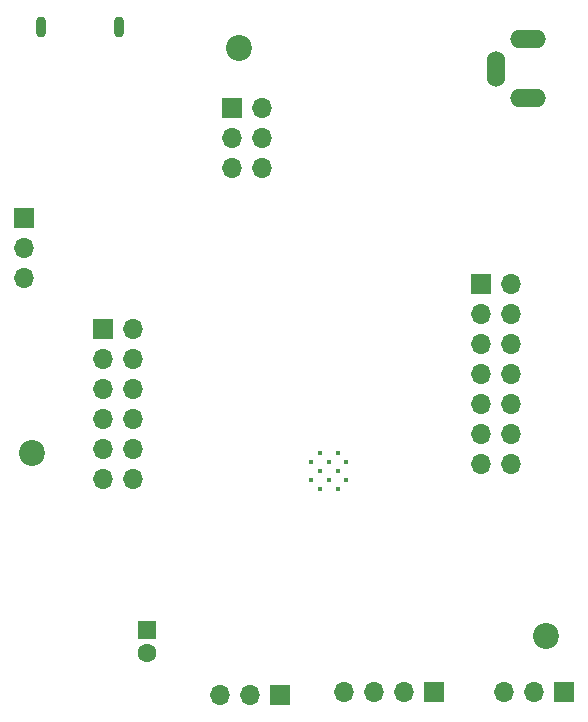
<source format=gbs>
G04 #@! TF.GenerationSoftware,KiCad,Pcbnew,(5.1.10)-1*
G04 #@! TF.CreationDate,2022-03-14T11:30:17-04:00*
G04 #@! TF.ProjectId,overhead,6f766572-6865-4616-942e-6b696361645f,rev?*
G04 #@! TF.SameCoordinates,Original*
G04 #@! TF.FileFunction,Soldermask,Bot*
G04 #@! TF.FilePolarity,Negative*
%FSLAX46Y46*%
G04 Gerber Fmt 4.6, Leading zero omitted, Abs format (unit mm)*
G04 Created by KiCad (PCBNEW (5.1.10)-1) date 2022-03-14 11:30:17*
%MOMM*%
%LPD*%
G01*
G04 APERTURE LIST*
%ADD10C,2.200000*%
%ADD11O,0.900000X1.800000*%
%ADD12C,1.600000*%
%ADD13R,1.600000X1.600000*%
%ADD14C,0.400000*%
%ADD15O,1.700000X1.700000*%
%ADD16R,1.700000X1.700000*%
%ADD17O,1.524000X3.048000*%
%ADD18O,3.048000X1.524000*%
G04 APERTURE END LIST*
D10*
X75500000Y-53250000D03*
X58000000Y-87500000D03*
X101500000Y-103000000D03*
D11*
X58700000Y-51500000D03*
X65300000Y-51500000D03*
D12*
X67750000Y-104500000D03*
D13*
X67750000Y-102500000D03*
D14*
X82340000Y-87550000D03*
X83840000Y-87550000D03*
X82340000Y-89050000D03*
X83840000Y-89050000D03*
X82340000Y-90550000D03*
X83840000Y-90550000D03*
X81590000Y-88300000D03*
X83090000Y-88300000D03*
X84590000Y-88300000D03*
X81590000Y-89800000D03*
X84590000Y-89800000D03*
X83090000Y-89800000D03*
D15*
X77440000Y-63380000D03*
X74900000Y-63380000D03*
X77440000Y-60840000D03*
X74900000Y-60840000D03*
X77440000Y-58300000D03*
D16*
X74900000Y-58300000D03*
D15*
X66540000Y-89700000D03*
X64000000Y-89700000D03*
X66540000Y-87160000D03*
X64000000Y-87160000D03*
X66540000Y-84620000D03*
X64000000Y-84620000D03*
X66540000Y-82080000D03*
X64000000Y-82080000D03*
X66540000Y-79540000D03*
X64000000Y-79540000D03*
X66540000Y-77000000D03*
D16*
X64000000Y-77000000D03*
D15*
X57300000Y-72680000D03*
X57300000Y-70140000D03*
D16*
X57300000Y-67600000D03*
D15*
X97920000Y-107750000D03*
X100460000Y-107750000D03*
D16*
X103000000Y-107750000D03*
D15*
X73920000Y-108000000D03*
X76460000Y-108000000D03*
D16*
X79000000Y-108000000D03*
D15*
X98540000Y-88490000D03*
X96000000Y-88490000D03*
X98540000Y-85950000D03*
X96000000Y-85950000D03*
X98540000Y-83410000D03*
X96000000Y-83410000D03*
X98540000Y-80870000D03*
X96000000Y-80870000D03*
X98540000Y-78330000D03*
X96000000Y-78330000D03*
X98540000Y-75790000D03*
X96000000Y-75790000D03*
X98540000Y-73250000D03*
D16*
X96000000Y-73250000D03*
D15*
X84380000Y-107750000D03*
X86920000Y-107750000D03*
X89460000Y-107750000D03*
D16*
X92000000Y-107750000D03*
D17*
X97300000Y-55000000D03*
D18*
X100000000Y-52500000D03*
X100000000Y-57500000D03*
M02*

</source>
